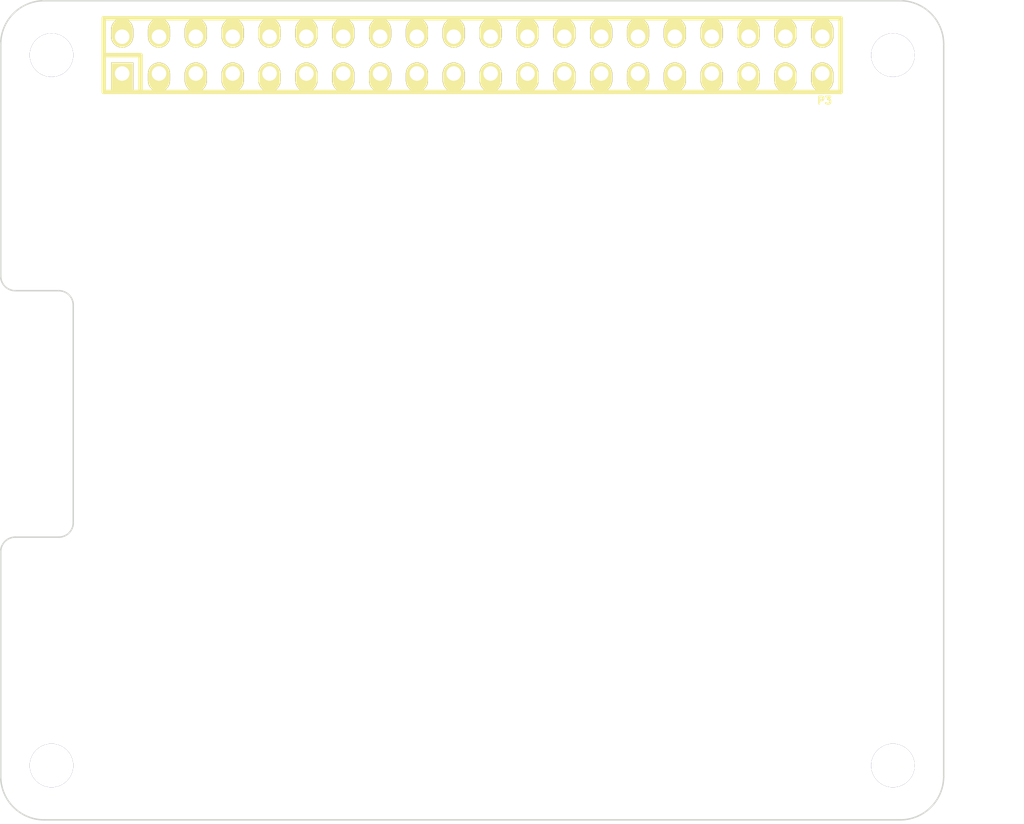
<source format=kicad_pcb>
(kicad_pcb (version 4) (host pcbnew "(2015-08-15 BZR 6092)-product")

  (general
    (links 7)
    (no_connects 7)
    (area 104.869999 71.019999 169.970001 127.620001)
    (thickness 1.6)
    (drawings 17)
    (tracks 0)
    (zones 0)
    (modules 5)
    (nets 2)
  )

  (page A4)
  (title_block
    (title "Raspberry Pi Hat Template")
    (date 2015-12-24)
    (rev 0.1)
    (company OpenFet)
    (comment 1 "Author: Julien")
    (comment 2 "License: CERN OHL V1.2")
  )

  (layers
    (0 F.Cu signal)
    (31 B.Cu signal)
    (32 B.Adhes user)
    (33 F.Adhes user hide)
    (34 B.Paste user)
    (35 F.Paste user)
    (36 B.SilkS user)
    (37 F.SilkS user)
    (38 B.Mask user)
    (39 F.Mask user)
    (40 Dwgs.User user)
    (41 Cmts.User user)
    (42 Eco1.User user)
    (43 Eco2.User user)
    (44 Edge.Cuts user)
    (45 Margin user)
    (46 B.CrtYd user)
    (47 F.CrtYd user)
    (48 B.Fab user)
    (49 F.Fab user)
  )

  (setup
    (last_trace_width 0.2)
    (user_trace_width 0.1)
    (user_trace_width 0.2)
    (user_trace_width 0.3)
    (user_trace_width 0.4)
    (user_trace_width 0.5)
    (user_trace_width 0.6)
    (user_trace_width 0.8)
    (user_trace_width 1)
    (trace_clearance 0.15)
    (zone_clearance 0.23)
    (zone_45_only no)
    (trace_min 0.1)
    (segment_width 0.2)
    (edge_width 0.1)
    (via_size 0.889)
    (via_drill 0.635)
    (via_min_size 0.26)
    (via_min_drill 0.16)
    (user_via 0.4 0.22)
    (user_via 1.5 0.8)
    (uvia_size 0.508)
    (uvia_drill 0.127)
    (uvias_allowed no)
    (uvia_min_size 0.508)
    (uvia_min_drill 0.127)
    (pcb_text_width 0.3)
    (pcb_text_size 1.5 1.5)
    (mod_edge_width 0.15)
    (mod_text_size 1 1)
    (mod_text_width 0.15)
    (pad_size 1.625 1.625)
    (pad_drill 0)
    (pad_to_mask_clearance 0)
    (aux_axis_origin 0 0)
    (grid_origin 211.1 101.7)
    (visible_elements 7FFFFF7F)
    (pcbplotparams
      (layerselection 0x010f0_80000001)
      (usegerberextensions false)
      (excludeedgelayer true)
      (linewidth 0.100000)
      (plotframeref false)
      (viasonmask false)
      (mode 1)
      (useauxorigin false)
      (hpglpennumber 1)
      (hpglpenspeed 20)
      (hpglpendiameter 15)
      (hpglpenoverlay 2)
      (psnegative false)
      (psa4output false)
      (plotreference true)
      (plotvalue true)
      (plotinvisibletext false)
      (padsonsilk false)
      (subtractmaskfromsilk false)
      (outputformat 1)
      (mirror false)
      (drillshape 0)
      (scaleselection 1)
      (outputdirectory /home/mangokid/Desktop/hat_gerber/))
  )

  (net 0 "")
  (net 1 GND)

  (net_class Default "This is the default net class."
    (clearance 0.15)
    (trace_width 0.2)
    (via_dia 0.889)
    (via_drill 0.635)
    (uvia_dia 0.508)
    (uvia_drill 0.127)
    (add_net GND)
  )

  (module w_pin_strip:pin_socket_20x2 (layer F.Cu) (tedit 567B9DD9) (tstamp 5509D7DA)
    (at 137.42 74.82)
    (descr "Pin socket 20x2pin")
    (tags "CONN DEV")
    (path /54E92361)
    (fp_text reference P3 (at 24.29 3.13) (layer F.SilkS)
      (effects (font (size 0.5 0.5) (thickness 0.125)))
    )
    (fp_text value Raspberry_Pi_+_Conn (at 0 -5.08) (layer F.SilkS) hide
      (effects (font (size 0.5 0.5) (thickness 0.125)))
    )
    (fp_line (start 25.4 2.54) (end -25.4 2.54) (layer F.SilkS) (width 0.3048))
    (fp_line (start -25.4 -2.54) (end 25.4 -2.54) (layer F.SilkS) (width 0.3048))
    (fp_line (start -25.4 0) (end -22.86 0) (layer F.SilkS) (width 0.3048))
    (fp_line (start -22.86 0) (end -22.86 2.54) (layer F.SilkS) (width 0.3048))
    (fp_line (start -25.4 -2.54) (end -25.4 2.54) (layer F.SilkS) (width 0.3048))
    (fp_line (start 25.4 2.54) (end 25.4 -2.54) (layer F.SilkS) (width 0.3048))
    (pad 1 thru_hole rect (at -24.13 1.27) (size 1.524 1.99898) (drill 1.00076 (offset 0 0.24892)) (layers *.Cu *.Mask F.SilkS))
    (pad 2 thru_hole oval (at -24.13 -1.27) (size 1.524 1.99898) (drill 1.00076 (offset 0 -0.24892)) (layers *.Cu *.Mask F.SilkS))
    (pad 3 thru_hole oval (at -21.59 1.27) (size 1.524 1.99898) (drill 1.00076 (offset 0 0.24892)) (layers *.Cu *.Mask F.SilkS))
    (pad 4 thru_hole oval (at -21.59 -1.27) (size 1.524 1.99898) (drill 1.00076 (offset 0 -0.24892)) (layers *.Cu *.Mask F.SilkS))
    (pad 5 thru_hole oval (at -19.05 1.27) (size 1.524 1.99898) (drill 1.00076 (offset 0 0.24892)) (layers *.Cu *.Mask F.SilkS))
    (pad 6 thru_hole oval (at -19.05 -1.27) (size 1.524 1.99898) (drill 1.00076 (offset 0 -0.24892)) (layers *.Cu *.Mask F.SilkS)
      (net 1 GND))
    (pad 7 thru_hole oval (at -16.51 1.27) (size 1.524 1.99898) (drill 1.00076 (offset 0 0.24892)) (layers *.Cu *.Mask F.SilkS))
    (pad 8 thru_hole oval (at -16.51 -1.27) (size 1.524 1.99898) (drill 1.00076 (offset 0 -0.24892)) (layers *.Cu *.Mask F.SilkS))
    (pad 9 thru_hole oval (at -13.97 1.27) (size 1.524 1.99898) (drill 1.00076 (offset 0 0.24892)) (layers *.Cu *.Mask F.SilkS)
      (net 1 GND))
    (pad 10 thru_hole oval (at -13.97 -1.27) (size 1.524 1.99898) (drill 1.00076 (offset 0 -0.24892)) (layers *.Cu *.Mask F.SilkS))
    (pad 11 thru_hole oval (at -11.43 1.27) (size 1.524 1.99898) (drill 1.00076 (offset 0 0.24892)) (layers *.Cu *.Mask F.SilkS))
    (pad 12 thru_hole oval (at -11.43 -1.27) (size 1.524 1.99898) (drill 1.00076 (offset 0 -0.24892)) (layers *.Cu *.Mask F.SilkS))
    (pad 13 thru_hole oval (at -8.89 1.27) (size 1.524 1.99898) (drill 1.00076 (offset 0 0.24892)) (layers *.Cu *.Mask F.SilkS))
    (pad 14 thru_hole oval (at -8.89 -1.27) (size 1.524 1.99898) (drill 1.00076 (offset 0 -0.24892)) (layers *.Cu *.Mask F.SilkS)
      (net 1 GND))
    (pad 15 thru_hole oval (at -6.35 1.27) (size 1.524 1.99898) (drill 1.00076 (offset 0 0.24892)) (layers *.Cu *.Mask F.SilkS))
    (pad 16 thru_hole oval (at -6.35 -1.27) (size 1.524 1.99898) (drill 1.00076 (offset 0 -0.24892)) (layers *.Cu *.Mask F.SilkS))
    (pad 17 thru_hole oval (at -3.81 1.27) (size 1.524 1.99898) (drill 1.00076 (offset 0 0.24892)) (layers *.Cu *.Mask F.SilkS))
    (pad 18 thru_hole oval (at -3.81 -1.27) (size 1.524 1.99898) (drill 1.00076 (offset 0 -0.24892)) (layers *.Cu *.Mask F.SilkS))
    (pad 19 thru_hole oval (at -1.27 1.27) (size 1.524 1.99898) (drill 1.00076 (offset 0 0.24892)) (layers *.Cu *.Mask F.SilkS))
    (pad 20 thru_hole oval (at -1.27 -1.27) (size 1.524 1.99898) (drill 1.00076 (offset 0 -0.24892)) (layers *.Cu *.Mask F.SilkS)
      (net 1 GND))
    (pad 21 thru_hole oval (at 1.27 1.27) (size 1.524 1.99898) (drill 1.00076 (offset 0 0.24892)) (layers *.Cu *.Mask F.SilkS))
    (pad 22 thru_hole oval (at 1.27 -1.27) (size 1.524 1.99898) (drill 1.00076 (offset 0 -0.24892)) (layers *.Cu *.Mask F.SilkS))
    (pad 23 thru_hole oval (at 3.81 1.27) (size 1.524 1.99898) (drill 1.00076 (offset 0 0.24892)) (layers *.Cu *.Mask F.SilkS))
    (pad 24 thru_hole oval (at 3.81 -1.27) (size 1.524 1.99898) (drill 1.00076 (offset 0 -0.24892)) (layers *.Cu *.Mask F.SilkS))
    (pad 25 thru_hole oval (at 6.35 1.27) (size 1.524 1.99898) (drill 1.00076 (offset 0 0.24892)) (layers *.Cu *.Mask F.SilkS)
      (net 1 GND))
    (pad 26 thru_hole oval (at 6.35 -1.27) (size 1.524 1.99898) (drill 1.00076 (offset 0 -0.24892)) (layers *.Cu *.Mask F.SilkS))
    (pad 27 thru_hole oval (at 8.89 1.27) (size 1.524 1.99898) (drill 1.00076 (offset 0 0.24892)) (layers *.Cu *.Mask F.SilkS))
    (pad 28 thru_hole oval (at 8.89 -1.27) (size 1.524 1.99898) (drill 1.00076 (offset 0 -0.24892)) (layers *.Cu *.Mask F.SilkS))
    (pad 29 thru_hole oval (at 11.43 1.27) (size 1.524 1.99898) (drill 1.00076 (offset 0 0.24892)) (layers *.Cu *.Mask F.SilkS))
    (pad 30 thru_hole oval (at 11.43 -1.27) (size 1.524 1.99898) (drill 1.00076 (offset 0 -0.24892)) (layers *.Cu *.Mask F.SilkS)
      (net 1 GND))
    (pad 31 thru_hole oval (at 13.97 1.27) (size 1.524 1.99898) (drill 1.00076 (offset 0 0.24892)) (layers *.Cu *.Mask F.SilkS))
    (pad 32 thru_hole oval (at 13.97 -1.27) (size 1.524 1.99898) (drill 1.00076 (offset 0 -0.24892)) (layers *.Cu *.Mask F.SilkS))
    (pad 33 thru_hole oval (at 16.51 1.27) (size 1.524 1.99898) (drill 1.00076 (offset 0 0.24892)) (layers *.Cu *.Mask F.SilkS))
    (pad 34 thru_hole oval (at 16.51 -1.27) (size 1.524 1.99898) (drill 1.00076 (offset 0 -0.24892)) (layers *.Cu *.Mask F.SilkS)
      (net 1 GND))
    (pad 35 thru_hole oval (at 19.05 1.27) (size 1.524 1.99898) (drill 1.00076 (offset 0 0.24892)) (layers *.Cu *.Mask F.SilkS))
    (pad 36 thru_hole oval (at 19.05 -1.27) (size 1.524 1.99898) (drill 1.00076 (offset 0 -0.24892)) (layers *.Cu *.Mask F.SilkS))
    (pad 37 thru_hole oval (at 21.59 1.27) (size 1.524 1.99898) (drill 1.00076 (offset 0 0.24892)) (layers *.Cu *.Mask F.SilkS))
    (pad 38 thru_hole oval (at 21.59 -1.27) (size 1.524 1.99898) (drill 1.00076 (offset 0 -0.24892)) (layers *.Cu *.Mask F.SilkS))
    (pad 39 thru_hole oval (at 24.13 1.27) (size 1.524 1.99898) (drill 1.00076 (offset 0 0.24892)) (layers *.Cu *.Mask F.SilkS)
      (net 1 GND))
    (pad 40 thru_hole oval (at 24.13 -1.27) (size 1.524 1.99898) (drill 1.00076 (offset 0 -0.24892)) (layers *.Cu *.Mask F.SilkS))
    (model walter/pin_strip/pin_socket_20x2.wrl
      (at (xyz 0 0 0))
      (scale (xyz 1 1 1))
      (rotate (xyz 0 0 0))
    )
  )

  (module Mounting_Holes:MountingHole_3mm locked (layer F.Cu) (tedit 5509CE9A) (tstamp 5509D3BE)
    (at 166.42 74.82)
    (descr "Mounting hole, Befestigungsbohrung, 3mm, No Annular, Kein Restring,")
    (tags "Mounting hole, Befestigungsbohrung, 3mm, No Annular, Kein Restring,")
    (fp_text reference REF** (at 0 -4.0005) (layer F.SilkS) hide
      (effects (font (size 0.5 0.5) (thickness 0.125)))
    )
    (fp_text value MountingHole_3mm (at 1.00076 5.00126) (layer F.Fab) hide
      (effects (font (size 0.5 0.5) (thickness 0.125)))
    )
    (fp_circle (center 0 0) (end 2.99974 0) (layer Cmts.User) (width 0.381))
    (pad 1 thru_hole circle (at 0 0) (size 2.99974 2.99974) (drill 2.99974) (layers))
  )

  (module Mounting_Holes:MountingHole_3mm locked (layer F.Cu) (tedit 5509CEA9) (tstamp 5509D3C4)
    (at 166.42 123.82)
    (descr "Mounting hole, Befestigungsbohrung, 3mm, No Annular, Kein Restring,")
    (tags "Mounting hole, Befestigungsbohrung, 3mm, No Annular, Kein Restring,")
    (fp_text reference REF** (at 0 -4.0005) (layer F.SilkS) hide
      (effects (font (size 0.5 0.5) (thickness 0.125)))
    )
    (fp_text value MountingHole_3mm (at 1.00076 5.00126) (layer F.Fab) hide
      (effects (font (size 0.5 0.5) (thickness 0.125)))
    )
    (fp_circle (center 0 0) (end 2.99974 0) (layer Cmts.User) (width 0.381))
    (pad 1 thru_hole circle (at 0 0) (size 2.99974 2.99974) (drill 2.99974) (layers))
  )

  (module Mounting_Holes:MountingHole_3mm locked (layer F.Cu) (tedit 5509CEA3) (tstamp 5509D3C2)
    (at 108.42 123.82)
    (descr "Mounting hole, Befestigungsbohrung, 3mm, No Annular, Kein Restring,")
    (tags "Mounting hole, Befestigungsbohrung, 3mm, No Annular, Kein Restring,")
    (fp_text reference REF** (at 0 -4.0005) (layer F.SilkS) hide
      (effects (font (size 0.5 0.5) (thickness 0.125)))
    )
    (fp_text value MountingHole_3mm (at 1.00076 5.00126) (layer F.Fab) hide
      (effects (font (size 0.5 0.5) (thickness 0.125)))
    )
    (fp_circle (center 0 0) (end 2.99974 0) (layer Cmts.User) (width 0.381))
    (pad 1 thru_hole circle (at 0 0) (size 2.99974 2.99974) (drill 2.99974) (layers))
  )

  (module Mounting_Holes:MountingHole_3mm locked (layer F.Cu) (tedit 5509CE9D) (tstamp 5509D3C0)
    (at 108.42 74.82)
    (descr "Mounting hole, Befestigungsbohrung, 3mm, No Annular, Kein Restring,")
    (tags "Mounting hole, Befestigungsbohrung, 3mm, No Annular, Kein Restring,")
    (fp_text reference REF** (at 0 -4.0005) (layer F.SilkS) hide
      (effects (font (size 0.5 0.5) (thickness 0.125)))
    )
    (fp_text value MountingHole_3mm (at 1.00076 5.00126) (layer F.Fab) hide
      (effects (font (size 0.5 0.5) (thickness 0.125)))
    )
    (fp_circle (center 0 0) (end 2.99974 0) (layer Cmts.User) (width 0.381))
    (pad 1 thru_hole circle (at 0 0) (size 2.99974 2.99974) (drill 2.99974) (layers))
  )

  (dimension 56.5 (width 0.3) (layer Dwgs.User)
    (gr_text "56.500 mm" (at 175.45 99.45 270) (layer Dwgs.User)
      (effects (font (size 0.5 0.5) (thickness 0.125)))
    )
    (feature1 (pts (xy 167.1 127.7) (xy 176.8 127.7)))
    (feature2 (pts (xy 167.1 71.2) (xy 176.8 71.2)))
    (crossbar (pts (xy 174.1 71.2) (xy 174.1 127.7)))
    (arrow1a (pts (xy 174.1 127.7) (xy 173.513579 126.573496)))
    (arrow1b (pts (xy 174.1 127.7) (xy 174.686421 126.573496)))
    (arrow2a (pts (xy 174.1 71.2) (xy 173.513579 72.326504)))
    (arrow2b (pts (xy 174.1 71.2) (xy 174.686421 72.326504)))
  )
  (gr_line (start 104.92 109.07) (end 104.92 124.57) (angle 90) (layer Edge.Cuts) (width 0.1))
  (gr_line (start 104.92 90.07) (end 104.92 74.07) (angle 90) (layer Edge.Cuts) (width 0.1))
  (gr_line (start 108.92 108.07) (end 105.92 108.07) (angle 90) (layer Edge.Cuts) (width 0.1))
  (gr_line (start 109.92 92.07) (end 109.92 107.07) (angle 90) (layer Edge.Cuts) (width 0.1))
  (gr_line (start 105.92 91.07) (end 108.92 91.07) (angle 90) (layer Edge.Cuts) (width 0.1))
  (gr_arc (start 108.92 107.07) (end 109.92 107.07) (angle 90) (layer Edge.Cuts) (width 0.1))
  (gr_arc (start 108.92 92.07) (end 108.92 91.07) (angle 90) (layer Edge.Cuts) (width 0.1))
  (gr_arc (start 105.92 109.07) (end 104.92 109.07) (angle 90) (layer Edge.Cuts) (width 0.1))
  (gr_arc (start 105.92 90.07) (end 105.92 91.07) (angle 90) (layer Edge.Cuts) (width 0.1))
  (gr_line (start 166.92 127.57) (end 107.92 127.57) (angle 90) (layer Edge.Cuts) (width 0.1))
  (gr_line (start 169.92 74.07) (end 169.92 124.57) (angle 90) (layer Edge.Cuts) (width 0.1))
  (gr_line (start 107.92 71.07) (end 166.92 71.07) (angle 90) (layer Edge.Cuts) (width 0.1))
  (gr_arc (start 166.92 124.57) (end 169.92 124.57) (angle 90) (layer Edge.Cuts) (width 0.1))
  (gr_arc (start 107.92 74.07) (end 104.92 74.07) (angle 90) (layer Edge.Cuts) (width 0.1))
  (gr_arc (start 166.92 74.07) (end 166.92 71.07) (angle 90) (layer Edge.Cuts) (width 0.1))
  (gr_arc (start 107.92 124.57) (end 107.92 127.57) (angle 90) (layer Edge.Cuts) (width 0.1))

)

</source>
